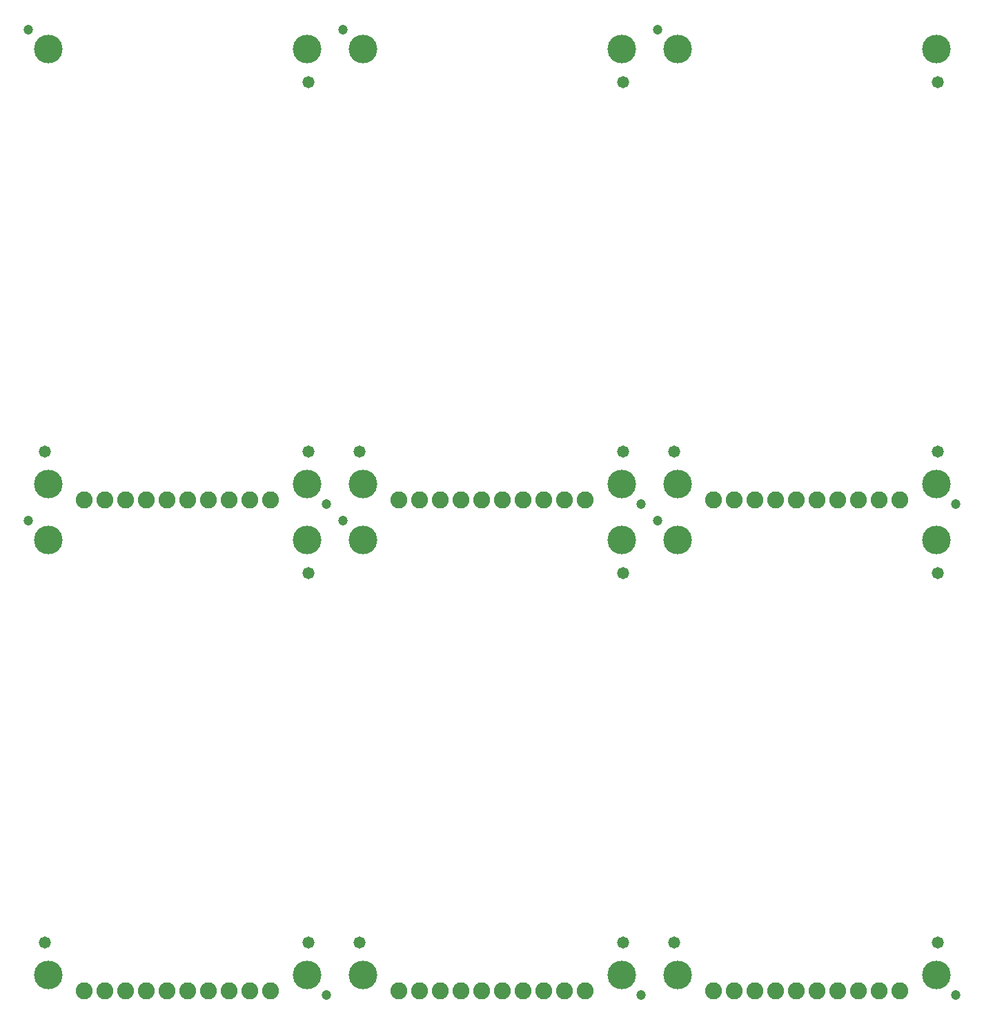
<source format=gbs>
G75*
%MOIN*%
%OFA0B0*%
%FSLAX25Y25*%
%IPPOS*%
%LPD*%
%AMOC8*
5,1,8,0,0,1.08239X$1,22.5*
%
%ADD10C,0.08200*%
%ADD11C,0.13800*%
%ADD12C,0.04737*%
%ADD13C,0.05800*%
D10*
X0085842Y0099450D03*
X0095842Y0099450D03*
X0105842Y0099450D03*
X0115842Y0099450D03*
X0125842Y0099450D03*
X0135842Y0099450D03*
X0145842Y0099450D03*
X0155842Y0099450D03*
X0165842Y0099450D03*
X0175842Y0099450D03*
X0237842Y0099450D03*
X0247842Y0099450D03*
X0257842Y0099450D03*
X0267842Y0099450D03*
X0277842Y0099450D03*
X0287842Y0099450D03*
X0297842Y0099450D03*
X0307842Y0099450D03*
X0317842Y0099450D03*
X0327842Y0099450D03*
X0389842Y0099450D03*
X0399842Y0099450D03*
X0409842Y0099450D03*
X0419842Y0099450D03*
X0429842Y0099450D03*
X0439842Y0099450D03*
X0449842Y0099450D03*
X0459842Y0099450D03*
X0469842Y0099450D03*
X0479842Y0099450D03*
X0479842Y0336450D03*
X0469842Y0336450D03*
X0459842Y0336450D03*
X0449842Y0336450D03*
X0439842Y0336450D03*
X0429842Y0336450D03*
X0419842Y0336450D03*
X0409842Y0336450D03*
X0399842Y0336450D03*
X0389842Y0336450D03*
X0327842Y0336450D03*
X0317842Y0336450D03*
X0307842Y0336450D03*
X0297842Y0336450D03*
X0287842Y0336450D03*
X0277842Y0336450D03*
X0267842Y0336450D03*
X0257842Y0336450D03*
X0247842Y0336450D03*
X0237842Y0336450D03*
X0175842Y0336450D03*
X0165842Y0336450D03*
X0155842Y0336450D03*
X0145842Y0336450D03*
X0135842Y0336450D03*
X0125842Y0336450D03*
X0115842Y0336450D03*
X0105842Y0336450D03*
X0095842Y0336450D03*
X0085842Y0336450D03*
D11*
X0068342Y0343950D03*
X0068342Y0316950D03*
X0193342Y0316950D03*
X0220342Y0316950D03*
X0220342Y0343950D03*
X0193342Y0343950D03*
X0345342Y0343950D03*
X0372342Y0343950D03*
X0372342Y0316950D03*
X0345342Y0316950D03*
X0497342Y0316950D03*
X0497342Y0343950D03*
X0497342Y0553950D03*
X0372342Y0553950D03*
X0345342Y0553950D03*
X0220342Y0553950D03*
X0193342Y0553950D03*
X0068342Y0553950D03*
X0068342Y0106950D03*
X0193342Y0106950D03*
X0220342Y0106950D03*
X0345342Y0106950D03*
X0372342Y0106950D03*
X0497342Y0106950D03*
D12*
X0506842Y0097450D03*
X0354842Y0097450D03*
X0202842Y0097450D03*
X0210842Y0326450D03*
X0202842Y0334450D03*
X0058842Y0326450D03*
X0058842Y0563450D03*
X0210842Y0563450D03*
X0362842Y0563450D03*
X0354842Y0334450D03*
X0362842Y0326450D03*
X0506842Y0334450D03*
D13*
X0498247Y0359757D03*
X0498247Y0301103D03*
X0370688Y0359757D03*
X0346247Y0359757D03*
X0346247Y0301103D03*
X0218688Y0359757D03*
X0194247Y0359757D03*
X0194247Y0301103D03*
X0066688Y0359757D03*
X0194247Y0538103D03*
X0346247Y0538103D03*
X0498247Y0538103D03*
X0498247Y0122757D03*
X0370688Y0122757D03*
X0346247Y0122757D03*
X0218688Y0122757D03*
X0194247Y0122757D03*
X0066688Y0122757D03*
M02*

</source>
